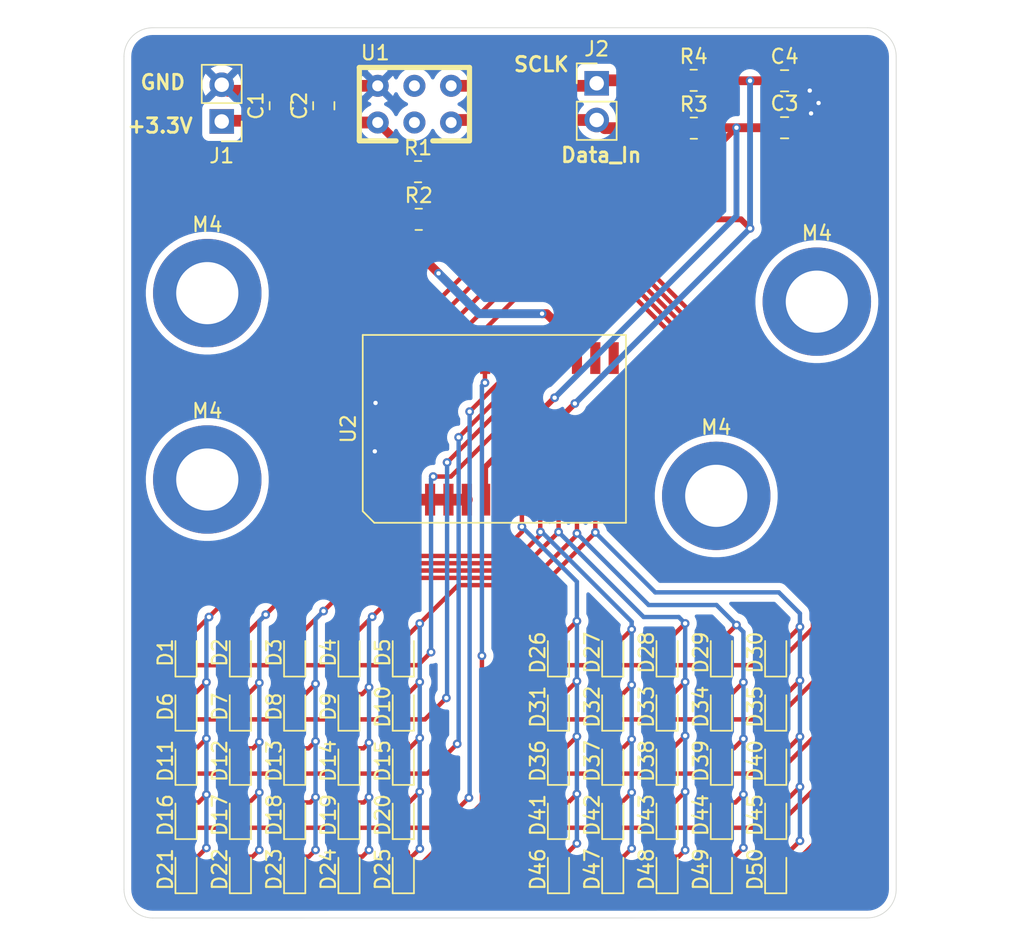
<source format=kicad_pcb>
(kicad_pcb (version 20241229) (generator "pcbnew") (generator_version "9.0")
  (layers (0 "F.Cu" signal) (2 "B.Cu" signal) (13 "F.Paste" user) (15 "B.Paste" user) (5 "F.SilkS" user "F.Silkscreen") (7 "B.SilkS" user "B.Silkscreen") (1 "F.Mask" user) (3 "B.Mask" user) (25 "Edge.Cuts" user))
  (net 0 "")
  (net 4 "+3.3V")
  (net 5 "GND")
  (net 8 "Data_In")
  (net 9 "SCLK")
  (net 10 "Net-(U2-Din)")
  (net 11 "Net-(U2-SCLK)")
  (net 12 "Net-(D1-A)")
  (net 13 "Net-(D1-K)")
  (net 14 "Net-(D12-A)")
  (net 15 "Net-(D13-A)")
  (net 16 "Net-(D14-A)")
  (net 17 "Net-(D10-A)")
  (net 18 "Net-(D10-K)")
  (net 19 "Net-(D11-K)")
  (net 20 "Net-(D16-K)")
  (net 21 "Net-(D21-K)")
  (net 22 "Net-(D26-K)")
  (net 23 "Net-(D31-K)")
  (net 24 "Net-(D36-K)")
  (net 25 "Net-(D41-K)")
  (net 26 "Net-(D46-K)")
  (footprint "LED_SMD:LED_0603_1608Metric_Pad1.05x0.95mm_HandSolder" (layer "F.Cu") (at 111.8775 89.9 90)
    (property "Reference" "D13")
    (property "Value" "LED")
  )
  (footprint "MountingHole:MountingHole_4.3mm_M4_DIN965_Pad" (layer "F.Cu") (at 105.83 57.52)
    (property "Reference" "M4")
    (property "Value" "MountingHole_4.3mm_M4_DIN965_Pad")
  )
  (footprint "LED_SMD:LED_0603_1608Metric_Pad1.05x0.95mm_HandSolder" (layer "F.Cu") (at 133.8825 82.4 90)
    (property "Reference" "D27")
    (property "Value" "LED")
  )
  (footprint "LED_SMD:LED_0603_1608Metric_Pad1.05x0.95mm_HandSolder" (layer "F.Cu") (at 130.125 97.4 90)
    (property "Reference" "D46")
    (property "Value" "LED")
  )
  (footprint "Resistor_SMD:R_0805_2012Metric_Pad1.20x1.40mm_HandSolder" (layer "F.Cu") (at 120.41 49.11)
    (property "Reference" "R1")
    (property "Value" "4.7k")
  )
  (footprint "LED_SMD:LED_0603_1608Metric_Pad1.05x0.95mm_HandSolder" (layer "F.Cu") (at 111.8775 93.65 90)
    (property "Reference" "D18")
    (property "Value" "LED")
  )
  (footprint "Swadge-Parts:EP1640" (layer "F.Cu") (at 125.69 66.915)
    (property "Reference" "U2")
    (property "Value" "~")
  )
  (footprint "Connector_PinHeader_2.54mm:PinHeader_1x02_P2.54mm_Vertical" (layer "F.Cu") (at 132.77 42.995)
    (property "Reference" "J2")
    (property "Value" "Conn_01x02_Pin")
  )
  (footprint "LED_SMD:LED_0603_1608Metric_Pad1.05x0.95mm_HandSolder" (layer "F.Cu") (at 104.3625 97.4 90)
    (property "Reference" "D21")
    (property "Value" "LED")
  )
  (footprint "LED_SMD:LED_0603_1608Metric_Pad1.05x0.95mm_HandSolder" (layer "F.Cu") (at 145.155 89.9 90)
    (property "Reference" "D40")
    (property "Value" "LED")
  )
  (footprint "LED_SMD:LED_0603_1608Metric_Pad1.05x0.95mm_HandSolder" (layer "F.Cu") (at 119.3925 89.9 90)
    (property "Reference" "D15")
    (property "Value" "LED")
  )
  (footprint "MountingHole:MountingHole_4.3mm_M4_DIN965_Pad" (layer "F.Cu") (at 141.04 71.55)
    (property "Reference" "M4")
    (property "Value" "MountingHole_4.3mm_M4_DIN965_Pad")
  )
  (footprint "Capacitor_SMD:C_0805_2012Metric_Pad1.18x1.45mm_HandSolder" (layer "F.Cu") (at 110.88 44.55 90)
    (property "Reference" "C1")
    (property "Value" "10uF")
  )
  (footprint "LED_SMD:LED_0603_1608Metric_Pad1.05x0.95mm_HandSolder" (layer "F.Cu") (at 111.8775 82.4 90)
    (property "Reference" "D3")
    (property "Value" "LED")
  )
  (footprint "LED_SMD:LED_0603_1608Metric_Pad1.05x0.95mm_HandSolder" (layer "F.Cu") (at 104.3625 86.15 90)
    (property "Reference" "D6")
    (property "Value" "LED")
  )
  (footprint "LED_SMD:LED_0603_1608Metric_Pad1.05x0.95mm_HandSolder" (layer "F.Cu") (at 104.3625 82.4 90)
    (property "Reference" "D1")
    (property "Value" "LED" (hide yes))
  )
  (footprint "MountingHole:MountingHole_4.3mm_M4_DIN965_Pad" (layer "F.Cu") (at 148 58.11)
    (property "Reference" "M4")
    (property "Value" "MountingHole_4.3mm_M4_DIN965_Pad")
  )
  (footprint "LED_SMD:LED_0603_1608Metric_Pad1.05x0.95mm_HandSolder" (layer "F.Cu") (at 130.125 82.4 90)
    (property "Reference" "D26")
    (property "Value" "LED")
  )
  (footprint "LED_SMD:LED_0603_1608Metric_Pad1.05x0.95mm_HandSolder" (layer "F.Cu") (at 137.64 97.4 90)
    (property "Reference" "D48")
    (property "Value" "LED")
  )
  (footprint "Capacitor_SMD:C_0805_2012Metric_Pad1.18x1.45mm_HandSolder" (layer "F.Cu") (at 113.89 44.55 90)
    (property "Reference" "C2")
    (property "Value" "10uF")
  )
  (footprint "LED_SMD:LED_0603_1608Metric_Pad1.05x0.95mm_HandSolder" (layer "F.Cu") (at 115.635 82.4 90)
    (property "Reference" "D4")
    (property "Value" "LED")
  )
  (footprint "LED_SMD:LED_0603_1608Metric_Pad1.05x0.95mm_HandSolder" (layer "F.Cu") (at 119.3925 97.4 90)
    (property "Reference" "D25")
    (property "Value" "LED")
  )
  (footprint "Connector_PinHeader_2.54mm:PinHeader_1x02_P2.54mm_Vertical" (layer "F.Cu") (at 106.83 45.635 180)
    (property "Reference" "J1")
    (property "Value" "Conn_01x02_Pin")
  )
  (footprint "Resistor_SMD:R_0805_2012Metric_Pad1.20x1.40mm_HandSolder" (layer "F.Cu") (at 139.48 42.79)
    (property "Reference" "R4")
    (property "Value" "100")
  )
  (footprint "LED_SMD:LED_0603_1608Metric_Pad1.05x0.95mm_HandSolder" (layer "F.Cu") (at 137.64 89.9 90)
    (property "Reference" "D38")
    (property "Value" "LED")
  )
  (footprint "Capacitor_SMD:C_0805_2012Metric_Pad1.18x1.45mm_HandSolder" (layer "F.Cu") (at 145.7675 42.82)
    (property "Reference" "C4")
    (property "Value" "100pF")
  )
  (footprint "LED_SMD:LED_0603_1608Metric_Pad1.05x0.95mm_HandSolder" (layer "F.Cu") (at 145.155 82.4 90)
    (property "Reference" "D30")
    (property "Value" "LED")
  )
  (footprint "LED_SMD:LED_0603_1608Metric_Pad1.05x0.95mm_HandSolder" (layer "F.Cu") (at 108.12 97.4 90)
    (property "Reference" "D22")
    (property "Value" "LED")
  )
  (footprint "LED_SMD:LED_0603_1608Metric_Pad1.05x0.95mm_HandSolder" (layer "F.Cu") (at 145.155 93.65 90)
    (property "Reference" "D45")
    (property "Value" "LED")
  )
  (footprint "LED_SMD:LED_0603_1608Metric_Pad1.05x0.95mm_HandSolder" (layer "F.Cu") (at 130.125 86.15 90)
    (property "Reference" "D31")
    (property "Value" "LED")
  )
  (footprint "LED_SMD:LED_0603_1608Metric_Pad1.05x0.95mm_HandSolder" (layer "F.Cu") (at 108.12 86.15 90)
    (property "Reference" "D7")
    (property "Value" "LED")
  )
  (footprint "LED_SMD:LED_0603_1608Metric_Pad1.05x0.95mm_HandSolder" (layer "F.Cu") (at 108.12 82.4 90)
    (property "Reference" "D2")
    (property "Value" "LED")
  )
  (footprint "Capacitor_SMD:C_0805_2012Metric_Pad1.18x1.45mm_HandSolder" (layer "F.Cu") (at 145.7675 46.07)
    (property "Reference" "C3")
    (property "Value" "100pF")
  )
  (footprint "LED_SMD:LED_0603_1608Metric_Pad1.05x0.95mm_HandSolder" (layer "F.Cu") (at 130.125 89.9 90)
    (property "Reference" "D36")
    (property "Value" "LED")
  )
  (footprint "LED_SMD:LED_0603_1608Metric_Pad1.05x0.95mm_HandSolder" (layer "F.Cu") (at 145.155 97.4 90)
    (property "Reference" "D50")
    (property "Value" "LED")
  )
  (footprint "LED_SMD:LED_0603_1608Metric_Pad1.05x0.95mm_HandSolder" (layer "F.Cu") (at 115.635 86.15 90)
    (property "Reference" "D9")
    (property "Value" "LED")
  )
  (footprint "LED_SMD:LED_0603_1608Metric_Pad1.05x0.95mm_HandSolder" (layer "F.Cu") (at 141.3975 82.4 90)
    (property "Reference" "D29")
    (property "Value" "LED")
  )
  (footprint "LED_SMD:LED_0603_1608Metric_Pad1.05x0.95mm_HandSolder" (layer "F.Cu") (at 133.8825 86.15 90)
    (property "Reference" "D32")
    (property "Value" "LED")
  )
  (footprint "LED_SMD:LED_0603_1608Metric_Pad1.05x0.95mm_HandSolder" (layer "F.Cu") (at 137.64 86.15 90)
    (property "Reference" "D33")
    (property "Value" "LED")
  )
  (footprint "LED_SMD:LED_0603_1608Metric_Pad1.05x0.95mm_HandSolder" (layer "F.Cu") (at 137.64 82.4 90)
    (property "Reference" "D28")
    (property "Value" "LED")
  )
  (footprint "LED_SMD:LED_0603_1608Metric_Pad1.05x0.95mm_HandSolder" (layer "F.Cu") (at 104.3625 89.9 90)
    (property "Reference" "D11")
    (property "Value" "LED")
  )
  (footprint "LED_SMD:LED_0603_1608Metric_Pad1.05x0.95mm_HandSolder" (layer "F.Cu") (at 133.8825 93.65 90)
    (property "Reference" "D42")
    (property "Value" "LED")
  )
  (footprint "Resistor_SMD:R_0805_2012Metric_Pad1.20x1.40mm_HandSolder" (layer "F.Cu") (at 120.46 52.41)
    (property "Reference" "R2")
    (property "Value" "4.7k")
  )
  (footprint "LED_SMD:LED_0603_1608Metric_Pad1.05x0.95mm_HandSolder" (layer "F.Cu") (at 108.12 93.65 90)
    (property "Reference" "D17")
    (property "Value" "LED")
  )
  (footprint "LED_SMD:LED_0603_1608Metric_Pad1.05x0.95mm_HandSolder" (layer "F.Cu") (at 141.3975 89.9 90)
    (property "Reference" "D39")
    (property "Value" "LED")
  )
  (footprint "LED_SMD:LED_0603_1608Metric_Pad1.05x0.95mm_HandSolder" (layer "F.Cu") (at 111.8775 86.15 90)
    (property "Reference" "D8")
    (property "Value" "LED")
  )
  (footprint "Swadge-Parts:SAO" (layer "F.Cu") (at 120.16 44.44 180)
    (property "Reference" "U1")
    (property "Value" "SAO")
  )
  (footprint "Resistor_SMD:R_0805_2012Metric_Pad1.20x1.40mm_HandSolder" (layer "F.Cu") (at 139.49 46.1)
    (property "Reference" "R3")
    (property "Value" "100")
  )
  (footprint "LED_SMD:LED_0603_1608Metric_Pad1.05x0.95mm_HandSolder" (layer "F.Cu") (at 130.125 93.65 90)
    (property "Reference" "D41")
    (property "Value" "LED")
  )
  (footprint "MountingHole:MountingHole_4.3mm_M4_DIN965_Pad" (layer "F.Cu") (at 105.83 70.42)
    (property "Reference" "M4")
    (property "Value" "MountingHole_4.3mm_M4_DIN965_Pad")
  )
  (footprint "LED_SMD:LED_0603_1608Metric_Pad1.05x0.95mm_HandSolder" (layer "F.Cu") (at 141.3975 97.4 90)
    (property "Reference" "D49")
    (property "Value" "LED")
  )
  (footprint "LED_SMD:LED_0603_1608Metric_Pad1.05x0.95mm_HandSolder" (layer "F.Cu") (at 115.635 93.65 90)
    (property "Reference" "D19")
    (property "Value" "LED")
  )
  (footprint "LED_SMD:LED_0603_1608Metric_Pad1.05x0.95mm_HandSolder" (layer "F.Cu") (at 141.3975 86.15 90)
    (property "Reference" "D34")
    (property "Value" "LED")
  )
  (footprint "LED_SMD:LED_0603_1608Metric_Pad1.05x0.95mm_HandSolder" (layer "F.Cu") (at 119.3925 86.15 90)
    (property "Reference" "D10")
    (property "Value" "LED")
  )
  (footprint "LED_SMD:LED_0603_1608Metric_Pad1.05x0.95mm_HandSolder" (layer "F.Cu") (at 111.8775 97.4 90)
    (property "Reference" "D23")
    (property "Value" "LED")
  )
  (footprint "LED_SMD:LED_0603_1608Metric_Pad1.05x0.95mm_HandSolder" (layer "F.Cu") (at 115.635 97.4 90)
    (property "Reference" "D24")
    (property "Value" "LED")
  )
  (footprint "LED_SMD:LED_0603_1608Metric_Pad1.05x0.95mm_HandSolder" (layer "F.Cu") (at 133.8825 97.4 90)
    (property "Reference" "D47")
    (property "Value" "LED")
  )
  (footprint "LED_SMD:LED_0603_1608Metric_Pad1.05x0.95mm_HandSolder" (layer "F.Cu") (at 119.3925 82.4 90)
    (property "Reference" "D5")
    (property "Value" "LED")
  )
  (footprint "LED_SMD:LED_0603_1608Metric_Pad1.05x0.95mm_HandSolder" (layer "F.Cu") (at 145.155 86.15 90)
    (property "Reference" "D35")
    (property "Value" "LED")
  )
  (footprint "LED_SMD:LED_0603_1608Metric_Pad1.05x0.95mm_HandSolder" (layer "F.Cu") (at 104.3625 93.65 90)
    (property "Reference" "D16")
    (property "Value" "LED")
  )
  (footprint "LED_SMD:LED_0603_1608Metric_Pad1.05x0.95mm_HandSolder" (layer "F.Cu") (at 141.3975 93.65 90)
    (property "Reference" "D44")
    (property "Value" "LED")
  )
  (footprint "LED_SMD:LED_0603_1608Metric_Pad1.05x0.95mm_HandSolder" (layer "F.Cu") (at 119.3925 93.65 90)
    (property "Reference" "D20")
    (property "Value" "LED")
  )
  (footprint "LED_SMD:LED_0603_1608Metric_Pad1.05x0.95mm_HandSolder" (layer "F.Cu") (at 137.64 93.65 90)
    (property "Reference" "D43")
    (property "Value" "LED")
  )
  (footprint "LED_SMD:LED_0603_1608Metric_Pad1.05x0.95mm_HandSolder" (layer "F.Cu") (at 108.12 89.9 90)
    (property "Reference" "D12")
    (property "Value" "LED")
  )
  (footprint "LED_SMD:LED_0603_1608Metric_Pad1.05x0.95mm_HandSolder" (layer "F.Cu") (at 133.8825 89.9 90)
    (property "Reference" "D37")
    (property "Value" "LED")
  )
  (footprint "LED_SMD:LED_0603_1608Metric_Pad1.05x0.95mm_HandSolder" (layer "F.Cu") (at 115.635 89.9 90)
    (property "Reference" "D14")
    (property "Value" "LED")
  )
  (gr_arc (start 151.5 39.15) (mid 152.907142 39.732858) (end 153.49 41.14) (stroke (width 0.05)) (layer "Edge.Cuts"))
  (gr_line (start 102.06 100.77) (end 151.5 100.765) (stroke (width 0.05)) (layer "Edge.Cuts"))
  (gr_line (start 151.5 39.15) (end 102.06 39.15) (stroke (width 0.05)) (layer "Edge.Cuts"))
  (gr_arc (start 102.06 100.77) (mid 100.652858 100.187142) (end 100.07 98.78) (stroke (width 0.05)) (layer "Edge.Cuts"))
  (gr_arc (start 100.07 41.14) (mid 100.652858 39.732858) (end 102.06 39.15) (stroke (width 0.05)) (layer "Edge.Cuts"))
  (gr_line (start 153.49 98.775) (end 153.49 41.14) (stroke (width 0.05)) (layer "Edge.Cuts"))
  (gr_arc (start 153.49 98.775) (mid 152.907142 100.182142) (end 151.5 100.765) (stroke (width 0.05)) (layer "Edge.Cuts"))
  (gr_line (start 100.07 41.14) (end 100.07 98.78) (stroke (width 0.05)) (layer "Edge.Cuts"))
  (gr_text "SCLK" (at 126.93 42.27 0) (layer "F.SilkS") (effects (font (size 1 1) (thickness 0.2) (bold yes)) (justify left bottom)))
  (gr_text "Data_In" (at 130.19 48.55 0) (layer "F.SilkS") (effects (font (size 1 1) (thickness 0.2) (bold yes)) (justify left bottom)))
  (gr_text "GND" (at 101.1 43.51 0) (layer "F.SilkS") (effects (font (size 1 1) (thickness 0.2) (bold yes)) (justify left bottom)))
  (gr_text "+3.3V" (at 100.19 46.52 0) (layer "F.SilkS") (effects (font (size 1 1) (thickness 0.2) (bold yes)) (justify left bottom)))
  (segment (start 119.41 47.5) (end 117.62 45.71) (width 0.6096) (layer "F.Cu") (net 4))
  (segment (start 117.62 45.71) (end 114.0125 45.71) (width 0.8128) (layer "F.Cu") (net 4))
  (segment (start 128.99 58.94) (end 129.31 58.94) (width 0.6096) (layer "F.Cu") (net 4))
  (segment (start 131.405 61.035) (end 131.405 62.015) (width 0.6096) (layer "F.Cu") (net 4))
  (segment (start 129.31 58.94) (end 131.405 61.035) (width 0.6096) (layer "F.Cu") (net 4))
  (segment (start 119.46 52.41) (end 119.46 49.16) (width 0.6096) (layer "F.Cu") (net 4))
  (segment (start 113.89 45.5875) (end 110.88 45.5875) (width 0.8128) (layer "F.Cu") (net 4))
  (segment (start 119.41 49.11) (end 119.41 47.5) (width 0.6096) (layer "F.Cu") (net 4))
  (segment (start 114.0125 45.71) (end 113.89 45.5875) (width 0.8128) (layer "F.Cu") (net 4))
  (segment (start 119.46 52.41) (end 119.46 53.78) (width 0.6096) (layer "F.Cu") (net 4))
  (segment (start 119.46 49.16) (end 119.41 49.11) (width 0.6096) (layer "F.Cu") (net 4))
  (segment (start 110.88 45.5875) (end 106.8775 45.5875) (width 0.8128) (layer "F.Cu") (net 4))
  (segment (start 117.6 45.69) (end 117.62 45.71) (width 0.8128) (layer "F.Cu") (net 4))
  (segment (start 106.8775 45.5875) (end 106.83 45.635) (width 0.8128) (layer "F.Cu") (net 4))
  (segment (start 119.46 53.78) (end 121.83 56.15) (width 0.6096) (layer "F.Cu") (net 4))
  (via (at 128.99 58.94) (size 0.6) (drill 0.3) (layers "F.Cu" "B.Cu") (net 4))
  (via (at 121.83 56.15) (size 0.6) (drill 0.3) (layers "F.Cu" "B.Cu") (net 4))
  (segment (start 121.83 56.15) (end 124.62 58.94) (width 0.6096) (layer "B.Cu") (net 4))
  (segment (start 124.62 58.94) (end 128.99 58.94) (width 0.6096) (layer "B.Cu") (net 4))
  (segment (start 148.09 44.59) (end 146.805 45.875) (width 0.6096) (layer "F.Cu") (net 5))
  (segment (start 123.785 71.815) (end 122.515 71.815) (width 0.8128) (layer "F.Cu") (net 5))
  (segment (start 114.2325 43.17) (end 113.89 43.5125) (width 0.8128) (layer "F.Cu") (net 5))
  (segment (start 146.805 45.875) (end 146.805 46.07) (width 0.6096) (layer "F.Cu") (net 5))
  (segment (start 148.12 44.36) (end 148.09 44.39) (width 0.6096) (layer "F.Cu") (net 5))
  (segment (start 117.62 43.17) (end 114.2325 43.17) (width 0.8128) (layer "F.Cu") (net 5))
  (segment (start 147.51 43.5) (end 148.12 44.11) (width 0.6096) (layer "F.Cu") (net 5))
  (segment (start 110.88 43.5125) (end 107.2475 43.5125) (width 0.8128) (layer "F.Cu") (net 5))
  (segment (start 147.51 43.5) (end 146.83 42.82) (width 0.6096) (layer "F.Cu") (net 5))
  (segment (start 117.435 62.015) (end 117.435 65.085) (width 0.6096) (layer "F.Cu") (net 5))
  (segment (start 107.2475 43.5125) (end 106.83 43.095) (width 0.8128) (layer "F.Cu") (net 5))
  (segment (start 117.435 65.085) (end 117.47 65.12) (width 0.6096) (layer "F.Cu") (net 5))
  (segment (start 148.09 44.39) (end 148.09 44.59) (width 0.6096) (layer "F.Cu") (net 5))
  (segment (start 146.83 42.82) (end 146.805 42.82) (width 0.6096) (layer "F.Cu") (net 5))
  (segment (start 117.42 65.17) (end 117.47 65.12) (width 0.8128) (layer "F.Cu") (net 5))
  (segment (start 117.42 68.47) (end 117.42 65.17) (width 0.8128) (layer "F.Cu") (net 5))
  (segment (start 117.435 71.815) (end 118.705 71.815) (width 0.8128) (layer "F.Cu") (net 5))
  (segment (start 118.705 71.815) (end 119.975 71.815) (width 0.8128) (layer "F.Cu") (net 5))
  (segment (start 121.245 71.815) (end 122.515 71.815) (width 0.8128) (layer "F.Cu") (net 5))
  (segment (start 148.12 44.11) (end 148.12 44.36) (width 0.6096) (layer "F.Cu") (net 5))
  (segment (start 117.435 68.485) (end 117.42 68.47) (width 0.8128) (layer "F.Cu") (net 5))
  (segment (start 113.89 43.5125) (end 110.88 43.5125) (width 0.8128) (layer "F.Cu") (net 5))
  (segment (start 119.975 71.815) (end 121.245 71.815) (width 0.8128) (layer "F.Cu") (net 5))
  (segment (start 117.435 71.815) (end 117.435 68.485) (width 0.8128) (layer "F.Cu") (net 5))
  (via (at 147.51 43.5) (size 0.6) (drill 0.3) (layers "F.Cu" "B.Cu") (net 5))
  (via (at 117.47 65.12) (size 0.6) (drill 0.3) (layers "F.Cu" "B.Cu") (net 5))
  (via (at 117.42 68.47) (size 0.6) (drill 0.3) (layers "F.Cu" "B.Cu") (net 5))
  (via (at 147.6 45.08) (size 0.6) (drill 0.3) (layers "F.Cu" "B.Cu") (net 5))
  (via (at 148.12 44.36) (size 0.6) (drill 0.3) (layers "F.Cu" "B.Cu") (net 5))
  (segment (start 133.335 46.1) (end 132.77 45.535) (width 0.8128) (layer "F.Cu") (net 8))
  (segment (start 122.875 45.535) (end 122.7 45.71) (width 0.8128) (layer "F.Cu") (net 8))
  (segment (start 138.49 46.1) (end 133.335 46.1) (width 0.8128) (layer "F.Cu") (net 8))
  (segment (start 132.77 45.535) (end 122.875 45.535) (width 0.8128) (layer "F.Cu") (net 8))
  (segment (start 138.48 42.79) (end 132.975 42.79) (width 0.8128) (layer "F.Cu") (net 9))
  (segment (start 132.565 42.995) (end 132.39 43.17) (width 0.8128) (layer "F.Cu") (net 9))
  (segment (start 132.975 42.79) (end 132.77 42.995) (width 0.8128) (layer "F.Cu") (net 9))
  (segment (start 132.77 42.995) (end 132.565 42.995) (width 0.8128) (layer "F.Cu") (net 9))
  (segment (start 132.39 43.17) (end 122.7 43.17) (width 0.8128) (layer "F.Cu") (net 9))
  (segment (start 142.44 46.07) (end 140.52 46.07) (width 0.6096) (layer "F.Cu") (net 10))
  (segment (start 144.73 46.07) (end 142.44 46.07) (width 0.6096) (layer "F.Cu") (net 10))
  (segment (start 121.41 49.11) (end 139.4 49.11) (width 0.4064) (layer "F.Cu") (net 10))
  (segment (start 125.055 71.815) (end 125.055 69.565) (width 0.4064) (layer "F.Cu") (net 10))
  (segment (start 140.52 46.07) (end 140.49 46.1) (width 0.6096) (layer "F.Cu") (net 10))
  (segment (start 125.055 69.565) (end 129.86 64.76) (width 0.4064) (layer "F.Cu") (net 10))
  (segment (start 139.4 49.11) (end 142.44 46.07) (width 0.4064) (layer "F.Cu") (net 10))
  (via (at 142.44 46.07) (size 0.6) (drill 0.3) (layers "F.Cu" "B.Cu") (net 10))
  (via (at 129.86 64.76) (size 0.6) (drill 0.3) (layers "F.Cu" "B.Cu") (net 10))
  (segment (start 142.44 52.18) (end 142.44 46.07) (width 0.4064) (layer "B.Cu") (net 10))
  (segment (start 129.86 64.76) (end 142.44 52.18) (width 0.4064) (layer "B.Cu") (net 10))
  (segment (start 143.38 42.82) (end 140.51 42.82) (width 0.6096) (layer "F.Cu") (net 11))
  (segment (start 126.325 71.815) (end 126.325 70.095) (width 0.4064) (layer "F.Cu") (net 11))
  (segment (start 142.75 52.41) (end 143.38 53.04) (width 0.4064) (layer "F.Cu") (net 11))
  (segment (start 144.73 42.82) (end 143.38 42.82) (width 0.6096) (layer "F.Cu") (net 11))
  (segment (start 140.51 42.82) (end 140.48 42.79) (width 0.6096) (layer "F.Cu") (net 11))
  (segment (start 121.46 52.41) (end 142.75 52.41) (width 0.4064) (layer "F.Cu") (net 11))
  (segment (start 126.325 70.095) (end 131.26 65.16) (width 0.4064) (layer "F.Cu") (net 11))
  (via (at 143.38 42.82) (size 0.6) (drill 0.3) (layers "F.Cu" "B.Cu") (net 11))
  (via (at 131.26 65.16) (size 0.6) (drill 0.3) (layers "F.Cu" "B.Cu") (net 11))
  (via (at 143.38 53.04) (size 0.6) (drill 0.3) (layers "F.Cu" "B.Cu") (net 11))
  (segment (start 131.26 65.16) (end 143.38 53.04) (width 0.4064) (layer "B.Cu") (net 11))
  (segment (start 143.38 53.04) (end 143.38 42.82) (width 0.4064) (layer "B.Cu") (net 11))
  (segment (start 130.125 81.525) (end 130.125 81.495) (width 0.3048) (layer "F.Cu") (net 12))
  (segment (start 104.3625 92.775) (end 105.225 92.775) (width 0.3048) (layer "F.Cu") (net 12))
  (segment (start 130.805 92.775) (end 131.4 92.18) (width 0.3048) (layer "F.Cu") (net 12))
  (segment (start 127.595 73.69) (end 127.595 71.815) (width 0.3048) (layer "F.Cu") (net 12))
  (segment (start 105.095 89.025) (end 105.77 88.35) (width 0.3048) (layer "F.Cu") (net 12))
  (segment (start 105.225 92.775) (end 105.77 92.23) (width 0.3048) (layer "F.Cu") (net 12))
  (segment (start 125.93 75.71) (end 110.1775 75.71) (width 0.3048) (layer "F.Cu") (net 12))
  (segment (start 110.1775 75.71) (end 105.94875 79.93875) (width 0.3048) (layer "F.Cu") (net 12))
  (segment (start 104.3625 89.025) (end 105.095 89.025) (width 0.3048) (layer "F.Cu") (net 12))
  (segment (start 130.505 85.275) (end 131.4 84.38) (width 0.3048) (layer "F.Cu") (net 12))
  (segment (start 104.3625 96.525) (end 105.165 96.525) (width 0.3048) (layer "F.Cu") (net 12))
  (segment (start 130.485 96.525) (end 131.4 95.61) (width 0.3048) (layer "F.Cu") (net 12))
  (segment (start 104.3625 85.275) (end 104.945 85.275) (width 0.3048) (layer "F.Cu") (net 12))
  (segment (start 130.125 85.275) (end 130.505 85.275) (width 0.3048) (layer "F.Cu") (net 12))
  (segment (start 130.125 81.495) (end 131.4 80.22) (width 0.3048) (layer "F.Cu") (net 12))
  (segment (start 130.125 89.025) (end 130.585 89.025) (width 0.3048) (layer "F.Cu") (net 12))
  (segment (start 104.945 85.275) (end 105.77 84.45) (width 0.3048) (layer "F.Cu") (net 12))
  (segment (start 105.94875 79.93875) (end 104.3625 81.525) (width 0.3048) (layer "F.Cu") (net 12))
  (segment (start 130.125 92.775) (end 130.805 92.775) (width 0.3048) (layer "F.Cu") (net 12))
  (segment (start 130.125 96.525) (end 130.485 96.525) (width 0.3048) (layer "F.Cu") (net 12))
  (segment (start 127.595 74.045) (end 125.93 75.71) (width 0.3048) (layer "F.Cu") (net 12))
  (segment (start 105.165 96.525) (end 105.77 95.92) (width 0.3048) (layer "F.Cu") (net 12))
  (segment (start 127.595 73.69) (end 127.595 74.045) (width 0.3048) (layer "F.Cu") (net 12))
  (segment (start 130.585 89.025) (end 131.4 88.21) (width 0.3048) (layer "F.Cu") (net 12))
  (via (at 127.595 73.69) (size 0.6) (drill 0.3) (layers "F.Cu" "B.Cu") (net 12))
  (via (at 105.77 84.45) (size 0.6) (drill 0.3) (layers "F.Cu" "B.Cu") (net 12))
  (via (at 131.4 92.18) (size 0.6) (drill 0.3) (layers "F.Cu" "B.Cu") (net 12))
  (via (at 105.94875 79.93875) (size 0.6) (drill 0.3) (layers "F.Cu" "B.Cu") (net 12))
  (via (at 131.4 80.22) (size 0.6) (drill 0.3) (layers "F.Cu" "B.Cu") (net 12))
  (via (at 131.4 95.61) (size 0.6) (drill 0.3) (layers "F.Cu" "B.Cu") (net 12))
  (via (at 131.4 88.21) (size 0.6) (drill 0.3) (layers "F.Cu" "B.Cu") (net 12))
  (via (at 105.77 95.92) (size 0.6) (drill 0.3) (layers "F.Cu" "B.Cu") (net 12))
  (via (at 131.4 84.38) (size 0.6) (drill 0.3) (layers "F.Cu" "B.Cu") (net 12))
  (via (at 105.77 92.23) (size 0.6) (drill 0.3) (layers "F.Cu" "B.Cu") (net 12))
  (via (at 105.77 88.35) (size 0.6) (drill 0.3) (layers "F.Cu" "B.Cu") (net 12))
  (segment (start 105.77 80.1175) (end 105.94875 79.93875) (width 0.3048) (layer "B.Cu") (net 12))
  (segment (start 131.4 92.18) (end 131.4 88.21) (width 0.3048) (layer "B.Cu") (net 12))
  (segment (start 127.595 73.69) (end 131.4 77.495) (width 0.3048) (layer "B.Cu") (net 12))
  (segment (start 105.77 92.23) (end 105.77 88.35) (width 0.3048) (layer "B.Cu") (net 12))
  (segment (start 105.77 88.35) (end 105.77 84.45) (width 0.3048) (layer "B.Cu") (net 12))
  (segment (start 105.77 84.45) (end 105.77 80.1175) (width 0.3048) (layer "B.Cu") (net 12))
  (segment (start 131.4 77.495) (end 131.4 80.22) (width 0.3048) (layer "B.Cu") (net 12))
  (segment (start 131.4 88.21) (end 131.4 84.38) (width 0.3048) (layer "B.Cu") (net 12))
  (segment (start 131.4 84.38) (end 131.4 80.22) (width 0.3048) (layer "B.Cu") (net 12))
  (segment (start 131.4 95.61) (end 131.4 92.18) (width 0.3048) (layer "B.Cu") (net 12))
  (segment (start 105.77 95.92) (end 105.77 92.23) (width 0.3048) (layer "B.Cu") (net 12))
  (segment (start 115.635 83.275) (end 111.8775 83.275) (width 0.3048) (layer "F.Cu") (net 13))
  (segment (start 120.405 83.275) (end 121.31 82.37) (width 0.3048) (layer "F.Cu") (net 13))
  (segment (start 104.3625 83.275) (end 108.12 83.275) (width 0.3048) (layer "F.Cu") (net 13))
  (segment (start 121.46 70.214998) (end 122.685002 70.214998) (width 0.3048) (layer "F.Cu") (net 13))
  (segment (start 122.685002 70.214998) (end 130.135 62.765) (width 0.3048) (layer "F.Cu") (net 13))
  (segment (start 111.8775 83.275) (end 108.12 83.275) (width 0.3048) (layer "F.Cu") (net 13))
  (segment (start 119.3925 83.275) (end 115.635 83.275) (width 0.3048) (layer "F.Cu") (net 13))
  (segment (start 119.3925 83.275) (end 120.405 83.275) (width 0.3048) (layer "F.Cu") (net 13))
  (segment (start 130.135 62.765) (end 130.135 62.015) (width 0.3048) (layer "F.Cu") (net 13))
  (via (at 121.46 70.214998) (size 0.6) (drill 0.3) (layers "F.Cu" "B.Cu") (net 13))
  (via (at 121.31 82.37) (size 0.6) (drill 0.3) (layers "F.Cu" "B.Cu") (net 13))
  (segment (start 121.31 70.364998) (end 121.46 70.214998) (width 0.3048) (layer "B.Cu") (net 13))
  (segment (start 121.31 82.37) (end 121.31 70.364998) (width 0.3048) (layer "B.Cu") (net 13))
  (segment (start 108.12 89.025) (end 108.995 89.025) (width 0.3048) (layer "F.Cu") (net 14))
  (segment (start 133.8825 81.525) (end 134.455 81.525) (width 0.3048) (layer "F.Cu") (net 14))
  (segment (start 108.12 85.275) (end 108.645 85.275) (width 0.3048) (layer "F.Cu") (net 14))
  (segment (start 134.455 81.525) (end 135.19 80.79) (width 0.3048) (layer "F.Cu") (net 14))
  (segment (start 126.336782 76.202598) (end 126.32358 76.2158) (width 0.3048) (layer "F.Cu") (net 14))
  (segment (start 126.9174 76.2026) (end 126.755804 76.2026) (width 0.3048) (layer "F.Cu") (net 14))
  (segment (start 134.625 96.525) (end 135.19 95.96) (width 0.3048) (layer "F.Cu") (net 14))
  (segment (start 126.32358 76.2158) (end 113.4292 76.2158) (width 0.3048) (layer "F.Cu") (net 14))
  (segment (start 133.8825 92.775) (end 134.495 92.775) (width 0.3048) (layer "F.Cu") (net 14))
  (segment (start 108.735 92.775) (end 109.43 92.08) (width 0.3048) (layer "F.Cu") (net 14))
  (segment (start 133.8825 89.025) (end 134.565 89.025) (width 0.3048) (layer "F.Cu") (net 14))
  (segment (start 133.8825 96.525) (end 134.625 96.525) (width 0.3048) (layer "F.Cu") (net 14))
  (segment (start 108.12 96.525) (end 108.965 96.525) (width 0.3048) (layer "F.Cu") (net 14))
  (segment (start 133.8825 85.275) (end 134.555 85.275) (width 0.3048) (layer "F.Cu") (net 14))
  (segment (start 128.865 74.255) (end 126.9174 76.2026) (width 0.3048) (layer "F.Cu") (net 14))
  (segment (start 108.995 89.025) (end 109.43 88.59) (width 0.3048) (layer "F.Cu") (net 14))
  (segment (start 128.865 74.037366) (end 128.865 71.815) (width 0.3048) (layer "F.Cu") (net 14))
  (segment (start 134.565 89.025) (end 135.19 88.4) (width 0.3048) (layer "F.Cu") (net 14))
  (segment (start 113.4292 76.2158) (end 109.8725 79.7725) (width 0.3048) (layer "F.Cu") (net 14))
  (segment (start 108.12 92.775) (end 108.735 92.775) (width 0.3048) (layer "F.Cu") (net 14))
  (segment (start 126.755802 76.202598) (end 126.336782 76.202598) (width 0.3048) (layer "F.Cu") (net 14))
  (segment (start 134.495 92.775) (end 135.19 92.08) (width 0.3048) (layer "F.Cu") (net 14))
  (segment (start 128.865 74.07) (end 128.865 74.255) (width 0.3048) (layer "F.Cu") (net 14))
  (segment (start 108.645 85.275) (end 109.43 84.49) (width 0.3048) (layer "F.Cu") (net 14))
  (segment (start 128.881317 74.053683) (end 128.865 74.037366) (width 0.3048) (layer "F.Cu") (net 14))
  (segment (start 109.8725 79.7725) (end 108.12 81.525) (width 0.3048) (layer "F.Cu") (net 14))
  (segment (start 128.881317 74.053683) (end 128.865 74.07) (width 0.3048) (layer "F.Cu") (net 14))
  (segment (start 134.555 85.275) (end 135.19 84.64) (width 0.3048) (layer "F.Cu") (net 14))
  (segment (start 126.755804 76.2026) (end 126.755802 76.202598) (width 0.3048) (layer "F.Cu") (net 14))
  (segment (start 108.965 96.525) (end 109.43 96.06) (width 0.3048) (layer "F.Cu") (net 14))
  (via (at 135.19 92.08) (size 0.6) (drill 0.3) (layers "F.Cu" "B.Cu") (net 14))
  (via (at 135.19 80.79) (size 0.6) (drill 0.3) (layers "F.Cu" "B.Cu") (net 14))
  (via (at 109.43 96.06) (size 0.6) (drill 0.3) (layers "F.Cu" "B.Cu") (net 14))
  (via (at 109.43 84.49) (size 0.6) (drill 0.3) (layers "F.Cu" "B.Cu") (net 14))
  (via (at 135.19 88.4) (size 0.6) (drill 0.3) (layers "F.Cu" "B.Cu") (net 14))
  (via (at 135.19 84.64) (size 0.6) (drill 0.3) (layers "F.Cu" "B.Cu") (net 14))
  (via (at 109.8725 79.7725) (size 0.6) (drill 0.3) (layers "F.Cu" "B.Cu") (net 14))
  (via (at 128.881317 74.053683) (size 0.6) (drill 0.3) (layers "F.Cu" "B.Cu") (net 14))
  (via (at 135.19 95.96) (size 0.6) (drill 0.3) (layers "F.Cu" "B.Cu") (net 14))
  (via (at 109.43 88.59) (size 0.6) (drill 0.3) (layers "F.Cu" "B.Cu") (net 14))
  (via (at 109.43 92.08) (size 0.6) (drill 0.3) (layers "F.Cu" "B.Cu") (net 14))
  (segment (start 109.43 80.215) (end 109.8725 79.7725) (width 0.3048) (layer "B.Cu") (net 14))
  (segment (start 109.43 84.49) (end 109.43 80.215) (width 0.3048) (layer "B.Cu") (net 14))
  (segment (start 109.43 92.08) (end 109.43 88.59) (width 0.3048) (layer "B.Cu") (net 14))
  (segment (start 135.19 92.08) (end 135.19 95.96) (width 0.3048) (layer "B.Cu") (net 14))
  (segment (start 135.19 84.64) (end 135.19 88.4) (width 0.3048) (layer "B.Cu") (net 14))
  (segment (start 109.43 88.59) (end 109.43 84.49) (width 0.3048) (layer "B.Cu") (net 14))
  (segment (start 109.43 96.06) (end 109.43 92.08) (width 0.3048) (layer "B.Cu") (net 14))
  (segment (start 128.978683 74.053683) (end 135.19 80.265) (width 0.3048) (layer "B.Cu") (net 14))
  (segment (start 135.19 88.4) (end 135.19 92.08) (width 0.3048) (layer "B.Cu") (net 14))
  (segment (start 135.19 80.79) (end 135.19 84.64) (width 0.3048) (layer "B.Cu") (net 14))
  (segment (start 135.19 80.265) (end 135.19 80.79) (width 0.3048) (layer "B.Cu") (net 14))
  (segment (start 128.881317 74.053683) (end 128.978683 74.053683) (width 0.3048) (layer "B.Cu") (net 14))
  (segment (start 137.64 96.525) (end 138.435 96.525) (width 0.3048) (layer "F.Cu") (net 15))
  (segment (start 111.8775 89.025) (end 112.835 89.025) (width 0.3048) (layer "F.Cu") (net 15))
  (segment (start 138.045 85.275) (end 138.89 84.43) (width 0.3048) (layer "F.Cu") (net 15))
  (segment (start 112.855 96.525) (end 113.32 96.06) (width 0.3048) (layer "F.Cu") (net 15))
  (segment (start 137.64 92.775) (end 138.145 92.775) (width 0.3048) (layer "F.Cu") (net 15))
  (segment (start 137.64 89.025) (end 138.025 89.025) (width 0.3048) (layer "F.Cu") (net 15))
  (segment (start 137.64 81.525) (end 137.745 81.525) (width 0.3048) (layer "F.Cu") (net 15))
  (segment (start 127.4816 76.7084) (end 130.135 74.055) (width 0.3048) (layer "F.Cu") (net 15))
  (segment (start 112.835 89.025) (end 113.32 88.54) (width 0.3048) (layer "F.Cu") (net 15))
  (segment (start 116.6809 76.7216) (end 126.53309 76.7216) (width 0.3048) (layer "F.Cu") (net 15))
  (segment (start 138.435 96.525) (end 138.89 96.07) (width 0.3048) (layer "F.Cu") (net 15))
  (segment (start 137.64 85.275) (end 138.045 85.275) (width 0.3048) (layer "F.Cu") (net 15))
  (segment (start 113.87625 79.52625) (end 116.6809 76.7216) (width 0.3048) (layer "F.Cu") (net 15))
  (segment (start 138.025 89.025) (end 138.89 88.16) (width 0.3048) (layer "F.Cu") (net 15))
  (segment (start 138.145 92.775) (end 138.89 92.03) (width 0.3048) (layer "F.Cu") (net 15))
  (segment (start 130.135 74.055) (end 130.135 71.815) (width 0.3048) (layer "F.Cu") (net 15))
  (segment (start 112.955 92.775) (end 113.32 92.41) (width 0.3048) (layer "F.Cu") (net 15))
  (segment (start 137.745 81.525) (end 138.89 80.38) (width 0.3048) (layer "F.Cu") (net 15))
  (segment (start 111.8775 81.525) (end 113.87625 79.52625) (width 0.3048) (layer "F.Cu") (net 15))
  (segment (start 111.8775 85.275) (end 112.605 85.275) (width 0.3048) (layer "F.Cu") (net 15))
  (segment (start 126.546292 76.7084) (end 127.4816 76.7084) (width 0.3048) (layer "F.Cu") (net 15))
  (segment (start 111.8775 96.525) (end 112.855 96.525) (width 0.3048) (layer "F.Cu") (net 15))
  (segment (start 112.605 85.275) (end 113.32 84.56) (width 0.3048) (layer "F.Cu") (net 15))
  (segment (start 111.8775 92.775) (end 112.955 92.775) (width 0.3048) (layer "F.Cu") (net 15))
  (segment (start 126.53309 76.7216) (end 126.546292 76.7084) (width 0.3048) (layer "F.Cu") (net 15))
  (via (at 138.89 96.07) (size 0.6) (drill 0.3) (layers "F.Cu" "B.Cu") (net 15))
  (via (at 138.89 84.43) (size 0.6) (drill 0.3) (layers "F.Cu" "B.Cu") (net 15))
  (via (at 130.135 74.055) (size 0.6) (drill 0.3) (layers "F.Cu" "B.Cu") (net 15))
  (via (at 113.32 96.06) (size 0.6) (drill 0.3) (layers "F.Cu" "B.Cu") (net 15))
  (via (at 113.32 88.54) (size 0.6) (drill 0.3) (layers "F.Cu" "B.Cu") (net 15))
  (via (at 113.32 92.41) (size 0.6) (drill 0.3) (layers "F.Cu" "B.Cu") (net 15))
  (via (at 113.87625 79.52625) (size 0.6) (drill 0.3) (layers "F.Cu" "B.Cu") (net 15))
  (via (at 138.89 88.16) (size 0.6) (drill 0.3) (layers "F.Cu" "B.Cu") (net 15))
  (via (at 138.89 92.03) (size 0.6) (drill 0.3) (layers "F.Cu" "B.Cu") (net 15))
  (via (at 138.89 80.38) (size 0.6) (drill 0.3) (layers "F.Cu" "B.Cu") (net 15))
  (via (at 113.32 84.56) (size 0.6) (drill 0.3) (layers "F.Cu" "B.Cu") (net 15))
  (segment (start 138.89 80.38) (end 138.45 79.94) (width 0.3048) (layer "B.Cu") (net 15))
  (segment (start 138.89 84.43) (end 138.89 80.38) (width 0.3048) (layer "B.Cu") (net 15))
  (segment (start 138.89 88.16) (end 138.89 84.43) (width 0.3048) (layer "B.Cu") (net 15))
  (segment (start 113.32 92.41) (end 113.32 88.54) (width 0.3048) (layer "B.Cu") (net 15))
  (segment (start 138.89 96.07) (end 138.89 92.03) (width 0.3048) (layer "B.Cu") (net 15))
  (segment (start 138.45 79.94) (end 136.02 79.94) (width 0.3048) (layer "B.Cu") (net 15))
  (segment (start 113.32 80.0825) (end 113.87625 79.52625) (width 0.3048) (layer "B.Cu") (net 15))
  (segment (start 113.32 88.54) (end 113.32 84.56) (width 0.3048) (layer "B.Cu") (net 15))
  (segment (start 138.89 92.03) (end 138.89 88.16) (width 0.3048) (layer "B.Cu") (net 15))
  (segment (start 113.32 84.56) (end 113.32 80.0825) (width 0.3048) (layer "B.Cu") (net 15))
  (segment (start 113.32 96.06) (end 113.32 92.41) (width 0.3048) (layer "B.Cu") (net 15))
  (segment (start 136.02 79.94) (end 130.135 74.055) (width 0.3048) (layer "B.Cu") (net 15))
  (segment (start 116.555 96.525) (end 117.02 96.06) (width 0.3048) (layer "F.Cu") (net 16))
  (segment (start 116.545 85.275) (end 117.02 84.8) (width 0.3048) (layer "F.Cu") (net 16))
  (segment (start 115.635 96.525) (end 116.555 96.525) (width 0.3048) (layer "F.Cu") (net 16))
  (segment (start 116.635 89.025) (end 117.02 88.64) (width 0.3048) (layer "F.Cu") (net 16))
  (segment (start 115.635 89.025) (end 116.635 89.025) (width 0.3048) (layer "F.Cu") (net 16))
  (segment (start 126.7426 77.2274) (end 126.755801 77.2142) (width 0.3048) (layer "F.Cu") (net 16))
  (segment (start 115.635 92.775) (end 116.655 92.775) (width 0.3048) (layer "F.Cu") (net 16))
  (segment (start 142.095 85.275) (end 142.92 84.45) (width 0.3048) (layer "F.Cu") (net 16))
  (segment (start 126.755801 77.2142) (end 128.4458 77.2142) (width 0.3048) (layer "F.Cu") (net 16))
  (segment (start 141.405 81.525) (end 142.44 80.49) (width 0.3048) (layer "F.Cu") (net 16))
  (segment (start 116.655 92.775) (end 117.02 92.41) (width 0.3048) (layer "F.Cu") (net 16))
  (segment (start 131.405 74.255) (end 131.405 74.15) (width 0.3048) (layer "F.Cu") (net 16))
  (segment (start 141.3975 85.275) (end 142.095 85.275) (width 0.3048) (layer "F.Cu") (net 16))
  (segment (start 115.635 81.525) (end 117.24 79.92) (width 0.3048) (layer "F.Cu") (net 16))
  (segment (start 117.24 79.92) (end 119.9326 77.2274) (width 0.3048) (layer "F.Cu") (net 16))
  (segment (start 142.305 96.525) (end 142.92 95.91) (width 0.3048) (layer "F.Cu") (net 16))
  (segment (start 131.405 74.15) (end 131.405 71.815) (width 0.3048) (layer "F.Cu") (net 16))
  (segment (start 141.3975 89.025) (end 142.265 89.025) (width 0.3048) (layer "F.Cu") (net 16))
  (segment (start 142.265 89.025) (end 142.92 88.37) (width 0.3048) (layer "F.Cu") (net 16))
  (segment (start 115.635 85.275) (end 116.545 85.275) (width 0.3048) (layer "F.Cu") (net 16))
  (segment (start 142.365 92.775) (end 142.92 92.22) (width 0.3048) (layer "F.Cu") (net 16))
  (segment (start 141.3975 92.775) (end 142.365 92.775) (width 0.3048) (layer "F.Cu") (net 16))
  (segment (start 128.4458 77.2142) (end 131.405 74.255) (width 0.3048) (layer "F.Cu") (net 16))
  (segment (start 141.3975 81.525) (end 141.405 81.525) (width 0.3048) (layer "F.Cu") (net 16))
  (segment (start 141.3975 96.525) (end 142.305 96.525) (width 0.3048) (layer "F.Cu") (net 16))
  (segment (start 119.9326 77.2274) (end 126.7426 77.2274) (width 0.3048) (layer "F.Cu") (net 16))
  (via (at 131.405 74.15) (size 0.6) (drill 0.3) (layers "F.Cu" "B.Cu") (net 16))
  (via (at 142.44 80.49) (size 0.6) (drill 0.3) (layers "F.Cu" "B.Cu") (net 16))
  (via (at 117.02 84.8) (size 0.6) (drill 0.3) (layers "F.Cu" "B.Cu") (net 16))
  (via (at 142.92 88.37) (size 0.6) (drill 0.3) (layers "F.Cu" "B.Cu") (net 16))
  (via (at 142.92 92.22) (size 0.6) (drill 0.3) (layers "F.Cu" "B.Cu") (net 16))
  (via (at 117.02 96.06) (size 0.6) (drill 0.3) (layers "F.Cu" "B.Cu") (net 16))
  (via (at 117.02 92.41) (size 0.6) (drill 0.3) (layers "F.Cu" "B.Cu") (net 16))
  (via (at 142.92 84.45) (size 0.6) (drill 0.3) (layers "F.Cu" "B.Cu") (net 16))
  (via (at 117.24 79.92) (size 0.6) (drill 0.3) (layers "F.Cu" "B.Cu") (net 16))
  (via (at 117.02 88.64) (size 0.6) (drill 0.3) (layers "F.Cu" "B.Cu") (net 16))
  (via (at 142.92 95.91) (size 0.6) (drill 0.3) (layers "F.Cu" "B.Cu") (net 16))
  (segment (start 117.02 96.06) (end 117.02 92.41) (width 0.3048) (layer "B.Cu") (net 16))
  (segment (start 142.92 88.37) (end 142.92 84.45) (width 0.3048) (layer "B.Cu") (net 16))
  (segment (start 141.06 79.11) (end 136.365 79.11) (width 0.3048) (layer "B.Cu") (net 16))
  (segment (start 117.02 88.64) (end 117.02 84.8) (width 0.3048) (layer "B.Cu") (net 16))
  (segment (start 117.02 80.14) (end 117.24 79.92) (width 0.3048) (layer "B.Cu") (net 16))
  (segment (start 117.02 84.8) (end 117.02 80.14) (width 0.3048) (layer "B.Cu") (net 16))
  (segment (start 142.92 95.91) (end 142.92 92.22) (width 0.3048) (layer "B.Cu") (net 16))
  (segment (start 136.365 79.11) (end 131.405 74.15) (width 0.3048) (layer "B.Cu") (net 16))
  (segment (start 142.92 92.22) (end 142.92 88.37) (width 0.3048) (layer "B.Cu") (net 16))
  (segment (start 142.92 84.45) (end 142.92 80.97) (width 0.3048) (layer "B.Cu") (net 16))
  (segment (start 117.02 92.41) (end 117.02 88.64) (width 0.3048) (layer "B.Cu") (net 16))
  (segment (start 142.92 80.97) (end 142.44 80.49) (width 0.3048) (layer "B.Cu") (net 16))
  (segment (start 142.44 80.49) (end 141.06 79.11) (width 0.3048) (layer "B.Cu") (net 16))
  (segment (start 145.745 92.775) (end 146.83 91.69) (width 0.3048) (layer "F.Cu") (net 17))
  (segment (start 145.155 92.775) (end 145.745 92.775) (width 0.3048) (layer "F.Cu") (net 17))
  (segment (start 145.155 96.525) (end 145.735 96.525) (width 0.3048) (layer "F.Cu") (net 17))
  (segment (start 145.155 81.525) (end 145.925 81.525) (width 0.3048) (layer "F.Cu") (net 17))
  (segment (start 145.155 85.275) (end 145.885 85.275) (width 0.3048) (layer "F.Cu") (net 17))
  (segment (start 126.96531 77.72) (end 129.04 77.72) (width 0.3048) (layer "F.Cu") (net 17))
  (segment (start 145.885 85.275) (end 146.83 84.33) (width 0.3048) (layer "F.Cu") (net 17))
  (segment (start 120.52875 80.38875) (end 123.1843 77.7332) (width 0.3048) (layer "F.Cu") (net 17))
  (segment (start 132.675 74.085) (end 132.675 71.815) (width 0.3048) (layer "F.Cu") (net 17))
  (segment (start 145.735 96.525) (end 146.83 95.43) (width 0.3048) (layer "F.Cu") (net 17))
  (segment (start 119.985 96.525) (end 119.3925 96.525) (width 0.3048) (layer "F.Cu") (net 17))
  (segment (start 126.95211 77.7332) (end 126.96531 77.72) (width 0.3048) (layer "F.Cu") (net 17))
  (segment (start 119.3925 81.525) (end 120.52875 80.38875) (width 0.3048) (layer "F.Cu") (net 17))
  (segment (start 123.1843 77.7332) (end 126.95211 77.7332) (width 0.3048) (layer "F.Cu") (net 17))
  (segment (start 119.78375 92.775) (end 120.52875 92.03) (width 0.3048) (layer "F.Cu") (net 17))
  (segment (start 119.68375 85.275) (end 120.52875 84.43) (width 0.3048) (layer "F.Cu") (net 17))
  (segment (start 145.925 81.525) (end 146.83 80.62) (width 0.3048) (layer "F.Cu") (net 17))
  (segment (start 129.04 77.72) (end 132.675 74.085) (width 0.3048) (layer "F.Cu") (net 17))
  (segment (start 119.3925 85.275) (end 119.68375 85.275) (width 0.3048) (layer "F.Cu") (net 17))
  (segment (start 145.155 89.025) (end 146.025 89.025) (width 0.3048) (layer "F.Cu") (net 17))
  (segment (start 119.81375 89.025) (end 120.52875 88.31) (width 0.3048) (layer "F.Cu") (net 17))
  (segment (start 119.3925 89.025) (end 119.81375 89.025) (width 0.3048) (layer "F.Cu") (net 17))
  (segment (start 120.535 95.975) (end 119.985 96.525) (width 0.3048) (layer "F.Cu") (net 17))
  (segment (start 119.3925 92.775) (end 119.78375 92.775) (width 0.3048) (layer "F.Cu") (net 17))
  (segment (start 146.025 89.025) (end 146.83 88.22) (width 0.3048) (layer "F.Cu") (net 17))
  (via (at 146.83 95.43) (size 0.6) (drill 0.3) (layers "F.Cu" "B.Cu") (net 17))
  (via (at 146.83 80.62) (size 0.6) (drill 0.3) (layers "F.Cu" "B.Cu") (net 17))
  (via (at 120.52875 88.31) (size 0.6) (drill 0.3) (layers "F.Cu" "B.Cu") (net 17))
  (via (at 146.83 91.69) (size 0.6) (drill 0.3) (layers "F.Cu" "B.Cu") (net 17))
  (via (at 132.675 74.085) (size 0.6) (drill 0.3) (layers "F.Cu" "B.Cu") (net 17))
  (via (at 146.83 88.22) (size 0.6) (drill 0.3) (layers "F.Cu" "B.Cu") (net 17))
  (via (at 120.535 95.975) (size 0.6) (drill 0.3) (layers "F.Cu" "B.Cu") (net 17))
  (via (at 146.83 84.33) (size 0.6) (drill 0.3) (layers "F.Cu" "B.Cu") (net 17))
  (via (at 120.52875 84.43) (size 0.6) (drill 0.3) (layers "F.Cu" "B.Cu") (net 17))
  (via (at 120.52875 92.03) (size 0.6) (drill 0.3) (layers "F.Cu" "B.Cu") (net 17))
  (via (at 120.52875 80.38875) (size 0.6) (drill 0.3) (layers "F.Cu" "B.Cu") (net 17))
  (segment (start 146.83 84.33) (end 146.83 80.62) (width 0.3048) (layer "B.Cu") (net 17))
  (segment (start 146.83 91.69) (end 146.83 88.22) (width 0.3048) (layer "B.Cu") (net 17))
  (segment (start 146.83 88.22) (end 146.83 84.33) (width 0.3048) (layer "B.Cu") (net 17))
  (segment (start 146.83 95.43) (end 146.83 91.69) (width 0.3048) (layer "B.Cu") (net 17))
  (segment (start 120.52875 95.39875) (end 120.52875 92.03) (width 0.3048) (layer "B.Cu") (net 17))
  (segment (start 136.82 78.23) (end 132.675 74.085) (width 0.3048) (layer "B.Cu") (net 17))
  (segment (start 120.52875 84.43) (end 120.52875 80.38875) (width 0.3048) (layer "B.Cu") (net 17))
  (segment (start 120.535 95.405) (end 120.52875 95.39875) (width 0.3048) (layer "B.Cu") (net 17))
  (segment (start 145.37 78.23) (end 136.82 78.23) (width 0.3048) (layer "B.Cu") (net 17))
  (segment (start 120.535 95.975) (end 120.535 95.405) (width 0.3048) (layer "B.Cu") (net 17))
  (segment (start 120.52875 92.03) (end 120.52875 88.31) (width 0.3048) (layer "B.Cu") (net 17))
  (segment (start 146.83 79.69) (end 145.37 78.23) (width 0.3048) (layer "B.Cu") (net 17))
  (segment (start 146.83 80.62) (end 146.83 79.69) (width 0.3048) (layer "B.Cu") (net 17))
  (segment (start 120.52875 88.31) (end 120.52875 84.43) (width 0.3048) (layer "B.Cu") (net 17))
  (segment (start 111.8775 87.025) (end 115.635 87.025) (width 0.3048) (layer "F.Cu") (net 18))
  (segment (start 104.3625 87.025) (end 108.12 87.025) (width 0.3048) (layer "F.Cu") (net 18))
  (segment (start 122.42 69.24) (end 128.865 62.795) (width 0.3048) (layer "F.Cu") (net 18))
  (segment (start 122.37 85.54) (end 120.885 87.025) (width 0.3048) (layer "F.Cu") (net 18))
  (segment (start 115.635 87.025) (end 119.3925 87.025) (width 0.3048) (layer "F.Cu") (net 18))
  (segment (start 128.865 62.795) (end 128.865 62.015) (width 0.3048) (layer "F.Cu") (net 18))
  (segment (start 120.885 87.025) (end 119.3925 87.025) (width 0.3048) (layer "F.Cu") (net 18))
  (segment (start 108.12 87.025) (end 111.8775 87.025) (width 0.3048) (layer "F.Cu") (net 18))
  (via (at 122.42 69.24) (size 0.6) (drill 0.3) (layers "F.Cu" "B.Cu") (net 18))
  (via (at 122.37 85.54) (size 0.6) (drill 0.3) (layers "F.Cu" "B.Cu") (net 18))
  (segment (start 122.42 85.49) (end 122.37 85.54) (width 0.3048) (layer "B.Cu") (net 18))
  (segment (start 122.42 69.24) (end 122.42 85.49) (width 0.3048) (layer "B.Cu") (net 18))
  (segment (start 111.8775 90.775) (end 115.635 90.775) (width 0.3048) (layer "F.Cu") (net 19))
  (segment (start 123.12 88.72) (end 121.065 90.775) (width 0.3048) (layer "F.Cu") (net 19))
  (segment (start 121.065 90.775) (end 119.3925 90.775) (width 0.3048) (layer "F.Cu") (net 19))
  (segment (start 115.635 90.775) (end 119.3925 90.775) (width 0.3048) (layer "F.Cu") (net 19))
  (segment (start 127.595 63.125) (end 127.595 62.015) (width 0.3048) (layer "F.Cu") (net 19))
  (segment (start 104.3625 90.775) (end 108.12 90.775) (width 0.3048) (layer "F.Cu") (net 19))
  (segment (start 123.22 67.5) (end 127.595 63.125) (width 0.3048) (layer "F.Cu") (net 19))
  (segment (start 108.12 90.775) (end 111.8775 90.775) (width 0.3048) (layer "F.Cu") (net 19))
  (via (at 123.12 88.72) (size 0.6) (drill 0.3) (layers "F.Cu" "B.Cu") (net 19))
  (via (at 123.22 67.5) (size 0.6) (drill 0.3) (layers "F.Cu" "B.Cu") (net 19))
  (segment (start 123.22 88.62) (end 123.12 88.72) (width 0.3048) (layer "B.Cu") (net 19))
  (segment (start 123.22 67.5) (end 123.22 88.62) (width 0.3048) (layer "B.Cu") (net 19))
  (segment (start 108.12 94.525) (end 111.8775 94.525) (width 0.3048) (layer "F.Cu") (net 20))
  (segment (start 121.855 94.525) (end 119.3925 94.525) (width 0.3048) (layer "F.Cu") (net 20))
  (segment (start 104.3625 94.525) (end 108.12 94.525) (width 0.3048) (layer "F.Cu") (net 20))
  (segment (start 123.98 65.72) (end 126.325 63.375) (width 0.3048) (layer "F.Cu") (net 20))
  (segment (start 126.325 63.375) (end 126.325 62.015) (width 0.3048) (layer "F.Cu") (net 20))
  (segment (start 111.8775 94.525) (end 115.635 94.525) (width 0.3048) (layer "F.Cu") (net 20))
  (segment (start 115.635 94.525) (end 119.3925 94.525) (width 0.3048) (layer "F.Cu") (net 20))
  (segment (start 123.93 92.45) (end 121.855 94.525) (width 0.3048) (layer "F.Cu") (net 20))
  (via (at 123.98 65.72) (size 0.6) (drill 0.3) (layers "F.Cu" "B.Cu") (net 20))
  (via (at 123.93 92.45) (size 0.6) (drill 0.3) (layers "F.Cu" "B.Cu") (net 20))
  (segment (start 123.98 92.4) (end 123.93 92.45) (width 0.3048) (layer "B.Cu") (net 20))
  (segment (start 123.98 65.72) (end 123.98 92.4) (width 0.3048) (layer "B.Cu") (net 20))
  (segment (start 125.04 62.03) (end 125.055 62.015) (width 0.3048) (layer "F.Cu") (net 21))
  (segment (start 119.3925 98.275) (end 124.83 92.8375) (width 0.3048) (layer "F.Cu") (net 21))
  (segment (start 124.83 92.8375) (end 124.83 82.62) (width 0.3048) (layer "F.Cu") (net 21))
  (segment (start 108.12 98.275) (end 111.8775 98.275) (width 0.3048) (layer "F.Cu") (net 21))
  (segment (start 115.635 98.275) (end 119.3925 98.275) (width 0.3048) (layer "F.Cu") (net 21))
  (segment (start 125.04 63.72) (end 125.04 62.03) (width 0.3048) (layer "F.Cu") (net 21))
  (segment (start 104.3625 98.275) (end 108.12 98.275) (width 0.3048) (layer "F.Cu") (net 21))
  (segment (start 111.8775 98.275) (end 115.635 98.275) (width 0.3048) (layer "F.Cu") (net 21))
  (via (at 125.04 63.72) (size 0.6) (drill 0.3) (layers "F.Cu" "B.Cu") (net 21))
  (via (at 124.83 82.62) (size 0.6) (drill 0.3) (layers "F.Cu" "B.Cu") (net 21))
  (segment (start 125.04 63.72) (end 124.83 63.93) (width 0.3048) (layer "B.Cu") (net 21))
  (segment (start 124.83 63.93) (end 124.83 82.62) (width 0.3048) (layer "B.Cu") (net 21))
  (segment (start 127.22 57.83) (end 123.785 61.265) (width 0.3048) (layer "F.Cu") (net 22))
  (segment (start 147.73 80.7) (end 147.73 70.14) (width 0.3048) (layer "F.Cu") (net 22))
  (segment (start 123.785 61.265) (end 123.785 62.015) (width 0.3048) (layer "F.Cu") (net 22))
  (segment (start 145.155 83.275) (end 141.3975 83.275) (width 0.3048) (layer "F.Cu") (net 22))
  (segment (start 147.73 70.14) (end 135.42 57.83) (width 0.3048) (layer "F.Cu") (net 22))
  (segment (start 145.155 83.275) (end 147.73 80.7) (width 0.3048) (layer "F.Cu") (net 22))
  (segment (start 133.8825 83.275) (end 130.125 83.275) (width 0.3048) (layer "F.Cu") (net 22))
  (segment (start 141.3975 83.275) (end 137.64 83.275) (width 0.3048) (layer "F.Cu") (net 22))
  (segment (start 135.42 57.83) (end 127.22 57.83) (width 0.3048) (layer "F.Cu") (net 22))
  (segment (start 137.64 83.275) (end 133.8825 83.275) (width 0.3048) (layer "F.Cu") (net 22))
  (segment (start 145.155 87.025) (end 141.3975 87.025) (width 0.3048) (layer "F.Cu") (net 23))
  (segment (start 135.629509 57.3242) (end 126.319 57.3242) (width 0.3048) (layer "F.Cu") (net 23))
  (segment (start 133.8825 87.025) (end 130.125 87.025) (width 0.3048) (layer "F.Cu") (net 23))
  (segment (start 122.515 61.1282) (end 122.515 62.015) (width 0.3048) (layer "F.Cu") (net 23))
  (segment (start 141.3975 87.025) (end 137.64 87.025) (width 0.3048) (layer "F.Cu") (net 23))
  (segment (start 137.64 87.025) (end 133.8825 87.025) (width 0.3048) (layer "F.Cu") (net 23))
  (segment (start 145.155 87.025) (end 148.2358 83.9442) (width 0.3048) (layer "F.Cu") (net 23))
  (segment (start 126.319 57.3242) (end 122.515 61.1282) (width 0.3048) (layer "F.Cu") (net 23))
  (segment (start 148.2358 83.9442) (end 148.2358 69.93049) (width 0.3048) (layer "F.Cu") (net 23))
  (segment (start 148.2358 69.93049) (end 135.629509 57.3242) (width 0.3048) (layer "F.Cu") (net 23))
  (segment (start 125.5548 56.8184) (end 121.245 61.1282) (width 0.3048) (layer "F.Cu") (net 24))
  (segment (start 148.7416 87.2984) (end 148.7416 69.72098) (width 0.3048) (layer "F.Cu") (net 24))
  (segment (start 121.245 61.1282) (end 121.245 62.015) (width 0.3048) (layer "F.Cu") (net 24))
  (segment (start 137.64 90.775) (end 133.8825 90.775) (width 0.3048) (layer "F.Cu") (net 24))
  (segment (start 145.155 90.775) (end 141.3975 90.775) (width 0.3048) (layer "F.Cu") (net 24))
  (segment (start 141.3975 90.775) (end 137.64 90.775) (width 0.3048) (layer "F.Cu") (net 24))
  (segment (start 135.839018 56.8184) (end 125.5548 56.8184) (width 0.3048) (layer "F.Cu") (net 24))
  (segment (start 148.7416 69.72098) (end 135.839018 56.8184) (width 0.3048) (layer "F.Cu") (net 24))
  (segment (start 145.265 90.775) (end 148.7416 87.2984) (width 0.3048) (layer "F.Cu") (net 24))
  (segment (start 133.8825 90.775) (end 130.125 90.775) (width 0.3048) (layer "F.Cu") (net 24))
  (segment (start 145.155 90.775) (end 145.265 90.775) (width 0.3048) (layer "F.Cu") (net 24))
  (segment (start 141.3975 94.525) (end 137.64 94.525) (width 0.3048) (layer "F.Cu") (net 25))
  (segment (start 137.64 94.525) (end 133.8825 94.525) (width 0.3048) (layer "F.Cu") (net 25))
  (segment (start 149.2474 90.4326) (end 149.2474 69.51147) (width 0.3048) (layer "F.Cu") (net 25))
  (segment (start 145.155 94.525) (end 141.3975 94.525) (width 0.3048) (layer "F.Cu") (net 25))
  (segment (start 145.155 94.525) (end 149.2474 90.4326) (width 0.3048) (layer "F.Cu") (net 25))
  (segment (start 124.7906 56.3126) (end 119.975 61.1282) (width 0.3048) (layer "F.Cu") (net 25))
  (segment (start 119.975 61.1282) (end 119.975 62.015) (width 0.3048) (layer "F.Cu") (net 25))
  (segment (start 149.2474 69.51147) (end 136.048527 56.3126) (width 0.3048) (layer "F.Cu") (net 25))
  (segment (start 133.8825 94.525) (end 130.125 94.525) (width 0.3048) (layer "F.Cu") (net 25))
  (segment (start 136.048527 56.3126) (end 124.7906 56.3126) (width 0.3048) (layer "F.Cu") (net 25))
  (segment (start 149.7532 93.6768) (end 149.7532 69.30196) (width 0.3048) (layer "F.Cu") (net 26))
  (segment (start 133.8825 98.275) (end 130.125 98.275) (width 0.3048) (layer "F.Cu") (net 26))
  (segment (start 136.258036 55.8068) (end 124.0264 55.8068) (width 0.3048) (layer "F.Cu") (net 26))
  (segment (start 141.3975 98.275) (end 137.64 98.275) (width 0.3048) (layer "F.Cu") (net 26))
  (segment (start 124.0264 55.8068) (end 118.705 61.1282) (width 0.3048) (layer "F.Cu") (net 26))
  (segment (start 118.705 61.1282) (end 118.705 62.015) (width 0.3048) (layer "F.Cu") (net 26))
  (segment (start 149.7532 69.30196) (end 136.258036 55.8068) (width 0.3048) (layer "F.Cu") (net 26))
  (segment (start 145.155 98.275) (end 149.7532 93.6768) (width 0.3048) (layer "F.Cu") (net 26))
  (segment (start 145.155 98.275) (end 141.3975 98.275) (width 0.3048) (layer "F.Cu") (net 26))
  (segment (start 137.64 98.275) (end 133.8825 98.275) (width 0.3048) (layer "F.Cu") (net 26))
  (zone (net 5) (net_name "GND") (layer "B.Cu") (connect_pads (clearance 0.5)) (min_thickness 0.25) (fill yes (thermal_gap 0.5) (thermal_bridge_width 0.5))
    (polygon (pts (xy 155.72 37.34) (xy 98.75 37.23) (xy 98.74 103.07) (xy 155.45 102.92) (xy 155.72 37.33)))
  )
)
</source>
